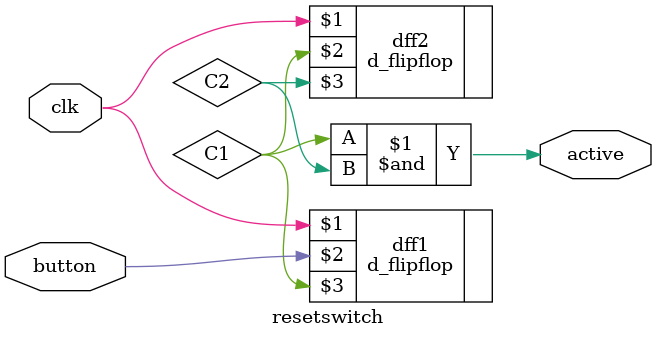
<source format=v>
`timescale 1ns / 1ps


module resetswitch(
    input clk,
    input button,
    output active
    );
    
    wire C1;
    wire C2;
    
    d_flipflop dff1 (clk, button, C1);
    d_flipflop dff2 (clk, C1, C2);
    
    assign active = C1 & C2;
    
endmodule

</source>
